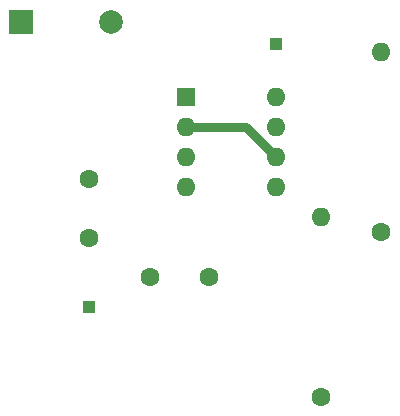
<source format=gbr>
G04 #@! TF.FileFunction,Copper,L1,Top,Signal*
%FSLAX46Y46*%
G04 Gerber Fmt 4.6, Leading zero omitted, Abs format (unit mm)*
G04 Created by KiCad (PCBNEW 4.0.7) date 04/04/19 20:33:01*
%MOMM*%
%LPD*%
G01*
G04 APERTURE LIST*
%ADD10C,0.100000*%
%ADD11R,1.000000X1.000000*%
%ADD12R,2.000000X2.000000*%
%ADD13C,2.000000*%
%ADD14C,1.600000*%
%ADD15O,1.600000X1.600000*%
%ADD16R,1.600000X1.600000*%
%ADD17C,0.750000*%
G04 APERTURE END LIST*
D10*
D11*
X154305000Y-74295000D03*
X138430000Y-96520000D03*
D12*
X132715000Y-72390000D03*
D13*
X140315000Y-72390000D03*
D14*
X138430000Y-85725000D03*
X138430000Y-90725000D03*
X148590000Y-93980000D03*
X143590000Y-93980000D03*
X163195000Y-90170000D03*
D15*
X163195000Y-74930000D03*
D14*
X158115000Y-104140000D03*
D15*
X158115000Y-88900000D03*
D16*
X146685000Y-78740000D03*
D15*
X154305000Y-86360000D03*
X146685000Y-81280000D03*
X154305000Y-83820000D03*
X146685000Y-83820000D03*
X154305000Y-81280000D03*
X146685000Y-86360000D03*
X154305000Y-78740000D03*
D17*
X146685000Y-81280000D02*
X151765000Y-81280000D01*
X151765000Y-81280000D02*
X154305000Y-83820000D01*
M02*

</source>
